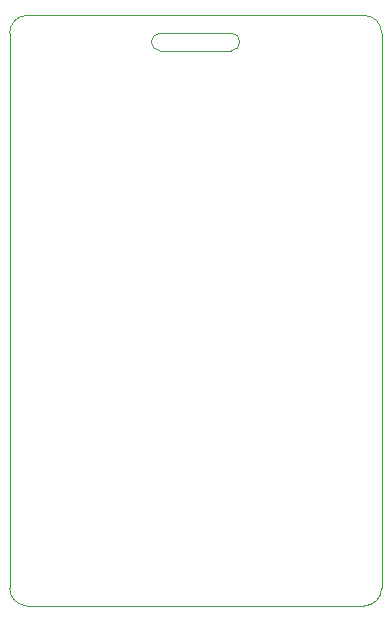
<source format=gm1>
%TF.GenerationSoftware,KiCad,Pcbnew,8.99.0-2433-g53022ab347*%
%TF.CreationDate,2024-09-29T16:09:49+02:00*%
%TF.ProjectId,BadgeTagNFC,42616467-6554-4616-974e-46432e6b6963,1.0*%
%TF.SameCoordinates,PX5058d90PY47868c0*%
%TF.FileFunction,Profile,NP*%
%FSLAX46Y46*%
G04 Gerber Fmt 4.6, Leading zero omitted, Abs format (unit mm)*
G04 Created by KiCad (PCBNEW 8.99.0-2433-g53022ab347) date 2024-09-29 16:09:49*
%MOMM*%
%LPD*%
G01*
G04 APERTURE LIST*
%TA.AperFunction,Profile*%
%ADD10C,0.050000*%
%TD*%
G04 APERTURE END LIST*
D10*
X18750000Y-1500000D02*
G75*
G02*
X18749998Y-3000000I0J-750000D01*
G01*
X31500000Y-48500000D02*
G75*
G02*
X30000000Y-50000000I-1500000J0D01*
G01*
X12750002Y-1500000D02*
X18750000Y-1500000D01*
X1500000Y-50000000D02*
G75*
G02*
X0Y-48500000I0J1500000D01*
G01*
X30000000Y0D02*
G75*
G02*
X31500000Y-1500000I0J-1500000D01*
G01*
X0Y-1500000D02*
G75*
G02*
X1500000Y0I1500000J0D01*
G01*
X31500000Y-1500000D02*
X31500000Y-48500000D01*
X12750000Y-3000000D02*
X18749998Y-3000000D01*
X1500000Y0D02*
X30000000Y0D01*
X12750000Y-3000000D02*
G75*
G02*
X12750002Y-1500000I0J750000D01*
G01*
X0Y-48500000D02*
X0Y-1500000D01*
X30000000Y-50000000D02*
X1500000Y-50000000D01*
M02*

</source>
